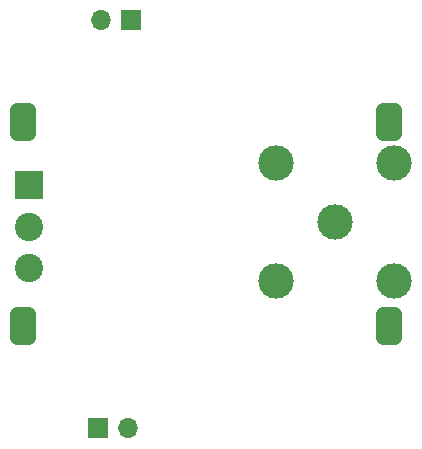
<source format=gbr>
%TF.GenerationSoftware,KiCad,Pcbnew,6.0.4-6f826c9f35~116~ubuntu18.04.1*%
%TF.CreationDate,2022-05-09T12:51:31-04:00*%
%TF.ProjectId,Instrumentation_ampl_with_batteries,496e7374-7275-46d6-956e-746174696f6e,rev?*%
%TF.SameCoordinates,Original*%
%TF.FileFunction,Soldermask,Bot*%
%TF.FilePolarity,Negative*%
%FSLAX46Y46*%
G04 Gerber Fmt 4.6, Leading zero omitted, Abs format (unit mm)*
G04 Created by KiCad (PCBNEW 6.0.4-6f826c9f35~116~ubuntu18.04.1) date 2022-05-09 12:51:31*
%MOMM*%
%LPD*%
G01*
G04 APERTURE LIST*
G04 Aperture macros list*
%AMRoundRect*
0 Rectangle with rounded corners*
0 $1 Rounding radius*
0 $2 $3 $4 $5 $6 $7 $8 $9 X,Y pos of 4 corners*
0 Add a 4 corners polygon primitive as box body*
4,1,4,$2,$3,$4,$5,$6,$7,$8,$9,$2,$3,0*
0 Add four circle primitives for the rounded corners*
1,1,$1+$1,$2,$3*
1,1,$1+$1,$4,$5*
1,1,$1+$1,$6,$7*
1,1,$1+$1,$8,$9*
0 Add four rect primitives between the rounded corners*
20,1,$1+$1,$2,$3,$4,$5,0*
20,1,$1+$1,$4,$5,$6,$7,0*
20,1,$1+$1,$6,$7,$8,$9,0*
20,1,$1+$1,$8,$9,$2,$3,0*%
G04 Aperture macros list end*
%ADD10R,2.400000X2.400000*%
%ADD11C,2.400000*%
%ADD12R,1.700000X1.700000*%
%ADD13O,1.700000X1.700000*%
%ADD14C,3.000000*%
%ADD15RoundRect,0.550000X-0.550000X-1.050000X0.550000X-1.050000X0.550000X1.050000X-0.550000X1.050000X0*%
%ADD16RoundRect,0.550000X0.550000X1.050000X-0.550000X1.050000X-0.550000X-1.050000X0.550000X-1.050000X0*%
G04 APERTURE END LIST*
D10*
%TO.C,J3*%
X67564000Y-107696000D03*
D11*
X67564000Y-111196000D03*
X67564000Y-114696000D03*
%TD*%
D12*
%TO.C,J1*%
X76200000Y-93726000D03*
D13*
X73660000Y-93726000D03*
%TD*%
D14*
%TO.C,J4*%
X93472000Y-110820000D03*
X98472000Y-115820000D03*
X98472000Y-105820000D03*
X88472000Y-115820000D03*
X88472000Y-105820000D03*
%TD*%
D12*
%TO.C,J2*%
X73401000Y-128270000D03*
D13*
X75941000Y-128270000D03*
%TD*%
D15*
%TO.C,BT1*%
X67044000Y-102362000D03*
X98044000Y-102362000D03*
%TD*%
D16*
%TO.C,BT2*%
X67044000Y-119634000D03*
X98044000Y-119634000D03*
%TD*%
M02*

</source>
